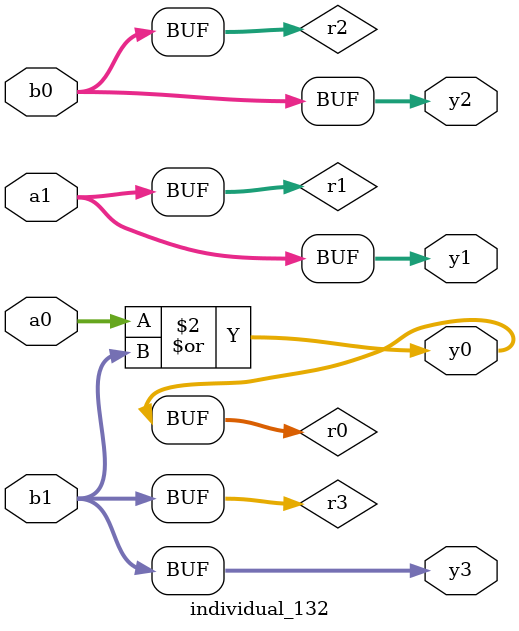
<source format=sv>
module individual_132(input logic [15:0] a1, input logic [15:0] a0, input logic [15:0] b1, input logic [15:0] b0, output logic [15:0] y3, output logic [15:0] y2, output logic [15:0] y1, output logic [15:0] y0);
logic [15:0] r0, r1, r2, r3; 
 always@(*) begin 
	 r0 = a0; r1 = a1; r2 = b0; r3 = b1; 
 	 r0  |=  b1 ;
 	 y3 = r3; y2 = r2; y1 = r1; y0 = r0; 
end
endmodule
</source>
